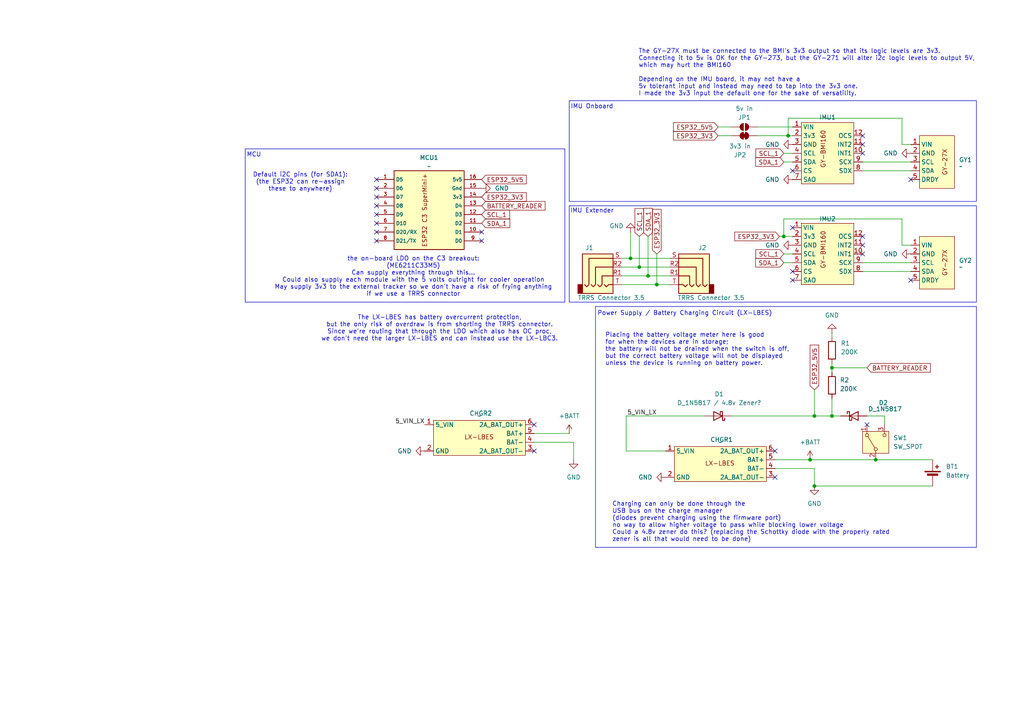
<source format=kicad_sch>
(kicad_sch (version 20250114) (generator "eeschema") (generator_version "9.0")
  (paper "A4")
  (title_block (title "UFBTM") (rev "1.0") (company "Dr. G"))
  (lib_symbols
    (symbol "Connector_Audio:AudioJack4"
      (property "Reference" "J" (at 0 8.89 0))
      (property "Value" "AudioJack4" (at 0 6.35 0))
      (symbol "AudioJack4_0_1"
        (rectangle (start -6.35 -5.08) (end -7.62 -7.62) (stroke (width 0.254)) (fill (type outline)))
        (polyline (pts (xy -5.715 -5.08) (xy -5.08 -5.715) (xy -4.445 -5.08) (xy -4.445 2.54) (xy 2.54 2.54)) (stroke (width 0.254)))
        (polyline (pts (xy -1.905 -5.08) (xy -1.27 -5.715) (xy -0.635 -5.08) (xy -0.635 -2.54) (xy 2.54 -2.54)) (stroke (width 0.254)))
        (polyline (pts (xy 0 -5.08) (xy 0.635 -5.715) (xy 1.27 -5.08) (xy 2.54 -5.08)) (stroke (width 0.254)))
        (rectangle (start 2.54 3.81) (end -6.35 -7.62) (stroke (width 0.254)) (fill (type background)))
        (polyline (pts (xy 2.54 0) (xy -2.54 0) (xy -2.54 -5.08) (xy -3.175 -5.715) (xy -3.81 -5.08)) (stroke (width 0.254)))
      )
      (symbol "AudioJack4_1_1"
        (pin passive line (at 5.08 2.54 180) (length 2.54) (name "~") (number "S"))
        (pin passive line (at 5.08 0 180) (length 2.54) (name "~") (number "R2"))
        (pin passive line (at 5.08 -2.54 180) (length 2.54) (name "~") (number "R1"))
        (pin passive line (at 5.08 -5.08 180) (length 2.54) (name "~") (number "T"))
      )
    )
    (symbol "Device:Battery_Cell" (pin_numbers (hide yes)) (pin_names (offset 0) (hide yes))
      (property "Reference" "BT" (at 2.54 2.54 0))
      (property "Value" "Battery_Cell" (at 2.54 0 0))
      (symbol "Battery_Cell_0_1"
        (rectangle (start -2.286 1.778) (end 2.286 1.524) (fill (type outline)))
        (rectangle (start -1.524 1.016) (end 1.524 0.508) (fill (type outline)))
        (polyline (pts (xy 0 1.778) (xy 0 2.54)))
        (polyline (pts (xy 0 0.762) (xy 0 0)))
        (polyline (pts (xy 0.762 3.048) (xy 1.778 3.048)) (stroke (width 0.254)))
        (polyline (pts (xy 1.27 3.556) (xy 1.27 2.54)) (stroke (width 0.254)))
      )
      (symbol "Battery_Cell_1_1"
        (pin passive line (at 0 5.08 270) (length 2.54) (name "+") (number "1"))
        (pin passive line (at 0 -2.54 90) (length 2.54) (name "-") (number "2"))
      )
    )
    (symbol "Device:D_Schottky" (pin_numbers (hide yes)) (pin_names (offset 1.016) (hide yes))
      (property "Reference" "D" (at 0 2.54 0))
      (property "Value" "D_Schottky" (at 0 -2.54 0))
      (symbol "D_Schottky_0_1"
        (polyline (pts (xy -1.905 0.635) (xy -1.905 1.27) (xy -1.27 1.27) (xy -1.27 -1.27) (xy -0.635 -1.27) (xy -0.635 -0.635)) (stroke (width 0.254)))
        (polyline (pts (xy 1.27 1.27) (xy 1.27 -1.27) (xy -1.27 0) (xy 1.27 1.27)) (stroke (width 0.254)))
        (polyline (pts (xy 1.27 0) (xy -1.27 0)))
      )
      (symbol "D_Schottky_1_1"
        (pin passive line (at -3.81 0 0) (length 2.54) (name "K") (number "1"))
        (pin passive line (at 3.81 0 180) (length 2.54) (name "A") (number "2"))
      )
    )
    (symbol "Device:R" (pin_numbers (hide yes)) (pin_names (offset 0))
      (property "Reference" "R" (at 2.032 0 90))
      (property "Value" "R" (at 0 0 90))
      (symbol "R_0_1"
        (rectangle (start -1.016 -2.54) (end 1.016 2.54) (stroke (width 0.254)))
      )
      (symbol "R_1_1"
        (pin passive line (at 0 3.81 270) (length 1.27) (name "~") (number "1"))
        (pin passive line (at 0 -3.81 90) (length 1.27) (name "~") (number "2"))
      )
    )
    (symbol "Espressif:ESP32-C3-SuperMini_PLUS"
      (property "Reference" "U" (at 1.27 -3.81 90))
      (symbol "ESP32-C3-SuperMini_PLUS_0_1"
        (rectangle (start -10.16 -11.43) (end 10.16 11.43) (stroke (width 0.254)) (fill (type background)))
      )
      (symbol "ESP32-C3-SuperMini_PLUS_1_1"
        (text "ESP32 C3 SuperMini+\n" (at -1.27 0 900) (effects (font (size 1.27 1.27))))
        (pin bidirectional line (at -15.24 8.89 0) (length 5.08) (name "D5") (number "1"))
        (pin bidirectional line (at -15.24 6.35 0) (length 5.08) (name "D6") (number "2"))
        (pin bidirectional line (at -15.24 3.81 0) (length 5.08) (name "D7") (number "3"))
        (pin bidirectional line (at -15.24 1.27 0) (length 5.08) (name "D8") (number "4"))
        (pin bidirectional line (at -15.24 -1.27 0) (length 5.08) (name "D9") (number "5"))
        (pin bidirectional line (at -15.24 -3.81 0) (length 5.08) (name "D10") (number "6"))
        (pin bidirectional line (at -15.24 -6.35 0) (length 5.08) (name "D20/RX") (number "7"))
        (pin bidirectional line (at -15.24 -8.89 0) (length 5.08) (name "D21/TX") (number "8"))
        (pin bidirectional line (at 15.24 8.89 180) (length 5.08) (name "5v5") (number "16"))
        (pin power_in line (at 15.24 6.35 180) (length 5.08) (name "Gnd") (number "15"))
        (pin bidirectional line (at 15.24 3.81 180) (length 5.08) (name "3v3") (number "14"))
        (pin bidirectional line (at 15.24 1.27 180) (length 5.08) (name "D4") (number "13"))
        (pin bidirectional line (at 15.24 -1.27 180) (length 5.08) (name "D3") (number "12"))
        (pin bidirectional line (at 15.24 -3.81 180) (length 5.08) (name "D2") (number "11"))
        (pin bidirectional line (at 15.24 -6.35 180) (length 5.08) (name "D1") (number "10"))
        (pin bidirectional line (at 15.24 -8.89 180) (length 5.08) (name "D0") (number "9"))
      )
    )
    (symbol "Jumper:SolderJumper_2_Bridged" (pin_numbers (hide yes)) (pin_names (offset 0) (hide yes)) (in_bom no)
      (property "Reference" "JP" (at 0 2.032 0))
      (property "Value" "SolderJumper_2_Bridged" (at 0 -2.54 0))
      (symbol "SolderJumper_2_Bridged_0_1"
        (rectangle (start -0.508 0.508) (end 0.508 -0.508) (fill (type outline)))
        (polyline (pts (xy -0.254 1.016) (xy -0.254 -1.016)))
        (arc (start -0.254 -1.016) (mid -1.2656 0) (end -0.254 1.016))
        (arc (start -0.254 -1.016) (mid -1.2656 0) (end -0.254 1.016) (fill (type outline)))
        (arc (start 0.254 1.016) (mid 1.2656 0) (end 0.254 -1.016))
        (arc (start 0.254 1.016) (mid 1.2656 0) (end 0.254 -1.016) (fill (type outline)))
        (polyline (pts (xy 0.254 1.016) (xy 0.254 -1.016)))
      )
      (symbol "SolderJumper_2_Bridged_1_1"
        (pin passive line (at -3.81 0 0) (length 2.54) (name "A") (number "1"))
        (pin passive line (at 3.81 0 180) (length 2.54) (name "B") (number "2"))
      )
    )
    (symbol "Jumper:SolderJumper_2_Open" (pin_numbers (hide yes)) (pin_names (offset 0) (hide yes)) (in_bom no)
      (property "Reference" "JP" (at 0 2.032 0))
      (property "Value" "SolderJumper_2_Open" (at 0 -2.54 0))
      (symbol "SolderJumper_2_Open_0_1"
        (polyline (pts (xy -0.254 1.016) (xy -0.254 -1.016)))
        (arc (start -0.254 -1.016) (mid -1.2656 0) (end -0.254 1.016))
        (arc (start -0.254 -1.016) (mid -1.2656 0) (end -0.254 1.016) (fill (type outline)))
        (arc (start 0.254 1.016) (mid 1.2656 0) (end 0.254 -1.016))
        (arc (start 0.254 1.016) (mid 1.2656 0) (end 0.254 -1.016) (fill (type outline)))
        (polyline (pts (xy 0.254 1.016) (xy 0.254 -1.016)))
      )
      (symbol "SolderJumper_2_Open_1_1"
        (pin passive line (at -3.81 0 0) (length 2.54) (name "A") (number "1"))
        (pin passive line (at 3.81 0 180) (length 2.54) (name "B") (number "2"))
      )
    )
    (symbol "My_Library:GY-271 (QMC5883L)"
      (property "Reference" "U" (at 0 8.382 0))
      (symbol "GY-271 (QMC5883L)_1_1"
        (rectangle (start -5.08 6.35) (end 5.08 -8.89) (fill (type background)))
        (text "GY-27X" (at 2.286 -1.27 900) (effects (font (size 1.27 1.27))))
        (pin power_in line (at -7.62 3.81 0) (length 2.54) (name "VIN") (number "1"))
        (pin power_in line (at -7.62 1.27 0) (length 2.54) (name "GND") (number "2"))
        (pin bidirectional line (at -7.62 -1.27 0) (length 2.54) (name "SCL") (number "3"))
        (pin bidirectional line (at -7.62 -3.81 0) (length 2.54) (name "SDA") (number "4"))
        (pin output line (at -7.62 -6.35 0) (length 2.54) (name "DRDY") (number "5"))
      )
    )
    (symbol "My_Library:GY-BMI160"
      (property "Reference" "U" (at 1.27 0 90))
      (symbol "GY-BMI160_1_1"
        (rectangle (start -7.62 8.89) (end 7.62 -8.89) (fill (type background)))
        (text "GY-BMI160" (at -1.27 1.27 900) (effects (font (size 1.27 1.27))))
        (pin power_in line (at -10.16 7.62 0) (length 2.54) (name "VIN") (number "1"))
        (pin power_in line (at -10.16 5.08 0) (length 2.54) (name "3v3") (number "2"))
        (pin power_in line (at -10.16 2.54 0) (length 2.54) (name "GND") (number "3"))
        (pin input line (at -10.16 0 0) (length 2.54) (name "SCL") (number "4"))
        (pin input line (at -10.16 -2.54 0) (length 2.54) (name "SDA") (number "5"))
        (pin input line (at -10.16 -5.08 0) (length 2.54) (name "CS") (number "6"))
        (pin input line (at -10.16 -7.62 0) (length 2.54) (name "SAO") (number "7"))
        (pin input line (at 10.16 5.08 180) (length 2.54) (name "OCS") (number "12"))
        (pin input line (at 10.16 2.54 180) (length 2.54) (name "INT2") (number "11"))
        (pin input line (at 10.16 0 180) (length 2.54) (name "INT1") (number "10"))
        (pin input line (at 10.16 -2.54 180) (length 2.54) (name "SCX") (number "9"))
        (pin input line (at 10.16 -5.08 180) (length 2.54) (name "SDX") (number "8"))
      )
    )
    (symbol "My_Library:LX-LBES"
      (property "Reference" "U" (at -0.508 6.604 0))
      (symbol "LX-LBES_1_1"
        (rectangle (start -13.97 5.08) (end 12.7 -5.08) (fill (type background)))
        (text "LX-LBES" (at -0.762 0.254 0) (effects (font (size 1.27 1.27))))
        (pin power_in line (at -16.51 3.81 0) (length 2.54) (name "5_VIN") (number "1"))
        (pin power_in line (at -16.51 -3.81 0) (length 2.54) (name "GND") (number "2"))
        (pin power_out line (at 15.24 3.81 180) (length 2.54) (name "2A_BAT_OUT+") (number "6"))
        (pin power_in line (at 15.24 1.27 180) (length 2.54) (name "BAT+") (number "5"))
        (pin power_in line (at 15.24 -1.27 180) (length 2.54) (name "BAT-") (number "4"))
        (pin power_out line (at 15.24 -3.81 180) (length 2.54) (name "2A_BAT_OUT-") (number "3"))
      )
    )
    (symbol "Switch:SW_SPDT" (pin_names (offset 0) (hide yes))
      (property "Reference" "SW" (at 0 5.08 0))
      (property "Value" "SW_SPDT" (at 0 -5.08 0))
      (symbol "SW_SPDT_0_1"
        (circle (center -2.032 0) (radius 0.4572))
        (polyline (pts (xy -1.651 0.254) (xy 1.651 2.286)))
        (circle (center 2.032 2.54) (radius 0.4572))
        (circle (center 2.032 -2.54) (radius 0.4572))
      )
      (symbol "SW_SPDT_1_1"
        (rectangle (start -3.175 3.81) (end 3.175 -3.81) (fill (type background)))
        (pin passive line (at -5.08 0 0) (length 2.54) (name "B") (number "2"))
        (pin passive line (at 5.08 2.54 180) (length 2.54) (name "A") (number "1"))
        (pin passive line (at 5.08 -2.54 180) (length 2.54) (name "C") (number "3"))
      )
    )
    (symbol "power:+BATT" (power) (pin_numbers (hide yes)) (pin_names (offset 0) (hide yes))
      (property "Value" "+BATT" (at 0 3.556 0))
      (symbol "+BATT_0_1"
        (polyline (pts (xy -0.762 1.27) (xy 0 2.54)))
        (polyline (pts (xy 0 2.54) (xy 0.762 1.27)))
        (polyline (pts (xy 0 0) (xy 0 2.54)))
      )
      (symbol "+BATT_1_1"
        (pin power_in line (at 0 0 90) (length 0) (name "~") (number "1"))
      )
    )
    (symbol "power:GND" (power) (pin_numbers (hide yes)) (pin_names (offset 0) (hide yes))
      (property "Value" "GND" (at 0 -3.81 0))
      (symbol "GND_0_1"
        (polyline (pts (xy 0 0) (xy 0 -1.27) (xy 1.27 -1.27) (xy 0 -2.54) (xy -1.27 -1.27) (xy 0 -1.27)))
      )
      (symbol "GND_1_1"
        (pin power_in line (at 0 0 270) (length 0) (name "~") (number "1"))
      )
    )
  )
  (rectangle (start 172.72 88.9) (end 283.21 158.75))
  (rectangle (start 165.1 29.21) (end 283.21 58.42))
  (rectangle (start 71.12 43.18) (end 163.83 87.63))
  (rectangle (start 165.1 59.69) (end 283.21 87.63))
  (text "The LX-LBES has battery overcurrent protection,\nbut the only risk of overdraw is from shorting the TRRS connector.\nSince we're routing that through the LDO which also has OC proc,\nwe don't need the larger LX-LBES and can instead use the LX-LBC3." (at 127.508 95.25 0) (effects (font (size 1.27 1.27))))
  (text "IMU Extender" (at 171.704 61.214 0) (effects (font (size 1.27 1.27))))
  (text "MCU" (at 73.66 44.958 0) (effects (font (size 1.27 1.27))))
  (text "Power Supply / Battery Charging Circuit (LX-LBES)" (at 198.628 90.932 0) (effects (font (size 1.27 1.27))))
  (text "IMU Onboard" (at 171.704 30.988 0) (effects (font (size 1.27 1.27))))
  (text "Placing the battery voltage meter here is good\nfor when the devices are in storage;\nthe battery will not be drained when the switch is off,\nbut the correct battery voltage will not be displayed\nunless the device is running on battery power." (at 175.514 101.346 0) (effects (font (size 1.27 1.27)) (justify left)))
  (text "Charging can only be done through the\nUSB bus on the charge manager\n(diodes prevent charging using the firmware port)\nno way to allow higher voltage to pass while blocking lower voltage\nCould a 4.8v zener do this? (replacing the Schottky diode with the properly rated\nzener is all that would need to be done)" (at 177.546 151.384 0) (effects (font (size 1.27 1.27)) (justify left)))
  (text "the on-board LDO on the C3 breakout:\n(ME6211C33M5)\nCan supply everything through this...\nCould also supply each module with the 5 volts outright for cooler operation\nMay supply 3v3 to the external tracker so we don't have a risk of frying anything\nif we use a TRRS connector" (at 119.888 80.264 0) (effects (font (size 1.27 1.27))))
  (text "The GY-27X must be connected to the BMI's 3v3 output so that its logic levels are 3v3.\nConnecting it to 5v is OK for the GY-273, but the GY-271 will alter i2c logic levels to output 5V,\nwhich may hurt the BMI160\n\nDepending on the IMU board, it may not have a\n5v tolerant input and instead may need to tap into the 3v3 one.\nI made the 3v3 input the default one for the sake of versatility." (at 185.166 21.082 0) (effects (font (size 1.27 1.27)) (justify left)))
  (text "Default i2C pins (for SDA1):\n(the ESP32 can re-assign\nthese to anywhere)" (at 87.122 52.832 0) (effects (font (size 1.27 1.27))))
  (junction (at 185.42 77.47))
  (junction (at 228.6 39.37))
  (junction (at 236.22 140.97))
  (junction (at 241.3 120.65))
  (junction (at 254 133.35))
  (junction (at 190.5 82.55))
  (junction (at 227.33 68.58))
  (junction (at 187.96 80.01))
  (junction (at 236.22 120.65))
  (junction (at 234.95 133.35))
  (junction (at 182.88 74.93))
  (junction (at 241.3 106.68))
  (no_connect (at 154.94 123.19))
  (no_connect (at 250.19 68.58))
  (no_connect (at 224.79 130.81))
  (no_connect (at 109.22 67.31))
  (no_connect (at 109.22 59.69))
  (no_connect (at 109.22 69.85))
  (no_connect (at 264.16 81.28))
  (no_connect (at 250.19 44.45))
  (no_connect (at 109.22 57.15))
  (no_connect (at 229.87 66.04))
  (no_connect (at 109.22 64.77))
  (no_connect (at 154.94 130.81))
  (no_connect (at 250.19 71.12))
  (no_connect (at 250.19 41.91))
  (no_connect (at 109.22 52.07))
  (no_connect (at 109.22 62.23))
  (no_connect (at 139.7 69.85))
  (no_connect (at 229.87 78.74))
  (no_connect (at 250.19 73.66))
  (no_connect (at 224.79 138.43))
  (no_connect (at 229.87 81.28))
  (no_connect (at 229.87 49.53))
  (no_connect (at 250.19 39.37))
  (no_connect (at 109.22 54.61))
  (no_connect (at 139.7 67.31))
  (no_connect (at 264.16 52.07))
  (no_connect (at 251.46 123.19))
  (wire (pts (xy 228.6 39.37) (xy 228.6 34.29)))
  (wire (pts (xy 236.22 140.97) (xy 236.22 135.89)))
  (wire (pts (xy 224.79 133.35) (xy 234.95 133.35)))
  (wire (pts (xy 166.37 133.35) (xy 166.37 128.27)))
  (wire (pts (xy 241.3 106.68) (xy 241.3 107.95)))
  (wire (pts (xy 227.33 44.45) (xy 229.87 44.45)))
  (wire (pts (xy 261.62 34.29) (xy 261.62 41.91)))
  (wire (pts (xy 256.54 120.65) (xy 256.54 123.19)))
  (wire (pts (xy 212.09 120.65) (xy 236.22 120.65)))
  (wire (pts (xy 180.34 82.55) (xy 190.5 82.55)))
  (wire (pts (xy 187.96 80.01) (xy 194.31 80.01)))
  (wire (pts (xy 236.22 140.97) (xy 270.51 140.97)))
  (wire (pts (xy 261.62 63.5) (xy 261.62 71.12)))
  (wire (pts (xy 227.33 73.66) (xy 229.87 73.66)))
  (wire (pts (xy 180.34 80.01) (xy 187.96 80.01)))
  (wire (pts (xy 226.06 68.58) (xy 227.33 68.58)))
  (wire (pts (xy 250.19 46.99) (xy 264.16 46.99)))
  (wire (pts (xy 187.96 68.58) (xy 187.96 80.01)))
  (wire (pts (xy 254 133.35) (xy 270.51 133.35)))
  (wire (pts (xy 185.42 77.47) (xy 194.31 77.47)))
  (wire (pts (xy 224.79 135.89) (xy 236.22 135.89)))
  (wire (pts (xy 180.34 77.47) (xy 185.42 77.47)))
  (wire (pts (xy 229.87 39.37) (xy 228.6 39.37)))
  (wire (pts (xy 241.3 96.52) (xy 241.3 97.79)))
  (wire (pts (xy 241.3 105.41) (xy 241.3 106.68)))
  (wire (pts (xy 241.3 115.57) (xy 241.3 120.65)))
  (wire (pts (xy 182.88 67.31) (xy 182.88 74.93)))
  (wire (pts (xy 241.3 120.65) (xy 243.84 120.65)))
  (wire (pts (xy 190.5 82.55) (xy 194.31 82.55)))
  (wire (pts (xy 227.33 68.58) (xy 229.87 68.58)))
  (wire (pts (xy 181.61 120.65) (xy 204.47 120.65)))
  (wire (pts (xy 185.42 68.58) (xy 185.42 77.47)))
  (wire (pts (xy 250.19 76.2) (xy 264.16 76.2)))
  (wire (pts (xy 227.33 68.58) (xy 227.33 63.5)))
  (wire (pts (xy 154.94 125.73) (xy 165.1 125.73)))
  (wire (pts (xy 154.94 128.27) (xy 166.37 128.27)))
  (wire (pts (xy 236.22 113.03) (xy 236.22 120.65)))
  (wire (pts (xy 261.62 71.12) (xy 264.16 71.12)))
  (wire (pts (xy 251.46 106.68) (xy 241.3 106.68)))
  (wire (pts (xy 234.95 133.35) (xy 254 133.35)))
  (wire (pts (xy 250.19 49.53) (xy 264.16 49.53)))
  (wire (pts (xy 219.71 39.37) (xy 228.6 39.37)))
  (wire (pts (xy 190.5 73.66) (xy 190.5 82.55)))
  (wire (pts (xy 236.22 120.65) (xy 241.3 120.65)))
  (wire (pts (xy 219.71 36.83) (xy 229.87 36.83)))
  (wire (pts (xy 250.19 78.74) (xy 264.16 78.74)))
  (wire (pts (xy 181.61 130.81) (xy 193.04 130.81)))
  (wire (pts (xy 227.33 63.5) (xy 261.62 63.5)))
  (wire (pts (xy 208.28 39.37) (xy 212.09 39.37)))
  (wire (pts (xy 182.88 74.93) (xy 194.31 74.93)))
  (wire (pts (xy 227.33 76.2) (xy 229.87 76.2)))
  (wire (pts (xy 228.6 34.29) (xy 261.62 34.29)))
  (wire (pts (xy 180.34 74.93) (xy 182.88 74.93)))
  (wire (pts (xy 261.62 41.91) (xy 264.16 41.91)))
  (wire (pts (xy 251.46 120.65) (xy 256.54 120.65)))
  (wire (pts (xy 208.28 36.83) (xy 212.09 36.83)))
  (wire (pts (xy 227.33 46.99) (xy 229.87 46.99)))
  (wire (pts (xy 181.61 120.65) (xy 181.61 130.81)))
  (label "5_VIN_LX" (at 190.5 120.65 180))
  (label "5_VIN_LX" (at 123.19 123.19 180))
  (global_label "ESP32_3V3" (shape input) (at 190.5 73.66 90) (property "Intersheetrefs" "${INTERSHEET_REFS}" (effects (hide yes))))
  (global_label "BATTERY_READER" (shape input) (at 251.46 106.68 0) (property "Intersheetrefs" "${INTERSHEET_REFS}" (effects (hide yes))))
  (global_label "ESP32_3V3" (shape input) (at 139.7 57.15 0) (property "Intersheetrefs" "${INTERSHEET_REFS}" (effects (hide yes))))
  (global_label "SCL_1" (shape input) (at 227.33 73.66 180) (property "Intersheetrefs" "${INTERSHEET_REFS}" (effects (hide yes))))
  (global_label "SDA_1" (shape input) (at 139.7 64.77 0) (property "Intersheetrefs" "${INTERSHEET_REFS}" (effects (hide yes))))
  (global_label "SCL_1" (shape input) (at 139.7 62.23 0) (property "Intersheetrefs" "${INTERSHEET_REFS}" (effects (hide yes))))
  (global_label "SDA_1" (shape input) (at 227.33 46.99 180) (property "Intersheetrefs" "${INTERSHEET_REFS}" (effects (hide yes))))
  (global_label "ESP32_3V3" (shape input) (at 208.28 39.37 180) (property "Intersheetrefs" "${INTERSHEET_REFS}" (effects (hide yes))))
  (global_label "ESP32_3V3" (shape input) (at 226.06 68.58 180) (property "Intersheetrefs" "${INTERSHEET_REFS}" (effects (hide yes))))
  (global_label "SDA_1" (shape input) (at 227.33 76.2 180) (property "Intersheetrefs" "${INTERSHEET_REFS}" (effects (hide yes))))
  (global_label "BATTERY_READER" (shape input) (at 139.7 59.69 0) (property "Intersheetrefs" "${INTERSHEET_REFS}" (effects (hide yes))))
  (global_label "ESP32_5V5" (shape input) (at 139.7 52.07 0) (property "Intersheetrefs" "${INTERSHEET_REFS}" (effects (hide yes))))
  (global_label "SCL_1" (shape input) (at 227.33 44.45 180) (property "Intersheetrefs" "${INTERSHEET_REFS}" (effects (hide yes))))
  (global_label "SDA_1" (shape input) (at 187.96 68.58 90) (property "Intersheetrefs" "${INTERSHEET_REFS}" (effects (hide yes))))
  (global_label "ESP32_5V5" (shape input) (at 208.28 36.83 180) (property "Intersheetrefs" "${INTERSHEET_REFS}" (effects (hide yes))))
  (global_label "ESP32_5V5" (shape input) (at 236.22 113.03 90) (property "Intersheetrefs" "${INTERSHEET_REFS}" (effects (hide yes))))
  (global_label "SCL_1" (shape input) (at 185.42 68.58 90) (property "Intersheetrefs" "${INTERSHEET_REFS}" (effects (hide yes))))
  (symbol (lib_id "Connector_Audio:AudioJack4") (at 175.26 77.47 0) (unit 1)
    (property "Reference" "J1" (at 170.942 71.882 0))
    (property "Value" "TRRS Connector 3.5" (at 177.292 86.36 0))
    (property "Footprint" "My_Library:PJ-320A" (effects (hide yes)))
    (property "Description" "Audio Jack, 4 Poles (TRRS)" (effects (hide yes)))
  )
  (symbol (lib_id "My_Library:GY-BMI160") (at 240.03 73.66 0) (unit 1)
    (property "Reference" "IMU2" (at 240.03 63.5 0))
    (property "Value" "~" (at 240.03 63.5 0))
    (property "Footprint" "My_Library:GY-BMI160" (effects (hide yes)))
  )
  (symbol (lib_id "My_Library:GY-271 (QMC5883L)") (at 271.78 45.72 0) (unit 1)
    (property "Reference" "GY1" (at 278.13 46.3549 0) (effects (justify left)))
    (property "Value" "~" (at 278.13 48.26 0) (effects (justify left)))
    (property "Footprint" "My_Library:GY-271" (effects (hide yes)))
    (property "Description" "GY-271 3-axis magnetometer (QMC variant)" (effects (hide yes)))
  )
  (symbol (lib_id "power:GND") (at 229.87 71.12 270) (unit 1)
    (property "Reference" "#PWR06" (effects (hide yes)))
    (property "Value" "GND" (at 226.06 71.1199 90) (effects (justify right)))
    (property "Description" "Power symbol creates a global label with name \"GND\" , ground" (effects (hide yes)))
  )
  (symbol (lib_id "power:GND") (at 193.04 138.43 270) (unit 1)
    (property "Reference" "#PWR02" (effects (hide yes)))
    (property "Value" "GND" (at 189.23 138.4299 90) (effects (justify right)))
    (property "Description" "Power symbol creates a global label with name \"GND\" , ground" (effects (hide yes)))
  )
  (symbol (lib_id "power:GND") (at 241.3 96.52 180) (unit 1)
    (property "Reference" "#PWR09" (effects (hide yes)))
    (property "Value" "GND" (at 241.3 91.44 0))
    (property "Description" "Power symbol creates a global label with name \"GND\" , ground" (effects (hide yes)))
  )
  (symbol (lib_id "power:GND") (at 182.88 67.31 180) (unit 1)
    (property "Reference" "#PWR03" (effects (hide yes)))
    (property "Value" "GND" (at 178.816 65.532 0))
    (property "Description" "Power symbol creates a global label with name \"GND\" , ground" (effects (hide yes)))
  )
  (symbol (lib_id "Connector_Audio:AudioJack4") (at 199.39 77.47 0) (mirror y) (unit 1)
    (property "Reference" "J2" (at 203.708 71.882 0))
    (property "Value" "TRRS Connector 3.5" (at 206.248 86.36 0))
    (property "Footprint" "My_Library:PJ-320A" (effects (hide yes)))
    (property "Description" "Audio Jack, 4 Poles (TRRS)" (effects (hide yes)))
  )
  (symbol (lib_id "power:+BATT") (at 165.1 125.73 0) (unit 1)
    (property "Reference" "#PWR013" (effects (hide yes)))
    (property "Value" "+BATT" (at 165.1 120.65 0))
    (property "Description" "Power symbol creates a global label with name \"+BATT\"" (effects (hide yes)))
  )
  (symbol (lib_id "Espressif:ESP32-C3-SuperMini_PLUS") (at 124.46 60.96 0) (unit 1)
    (property "Reference" "MCU1" (at 124.46 45.72 0))
    (property "Value" "~" (at 124.46 48.26 0))
    (property "Footprint" "Espressif:ESP32-C3-SuperMini_PLUS" (effects (hide yes)))
  )
  (symbol (lib_id "Switch:SW_SPDT") (at 254 128.27 90) (unit 1)
    (property "Reference" "SW1" (at 259.08 126.9999 90) (effects (justify right)))
    (property "Value" "SW_SPDT" (at 259.08 129.5399 90) (effects (justify right)))
    (property "Footprint" "My_Library:SK12D07VG4" (effects (hide yes)))
    (property "Description" "Switch, single pole double throw" (effects (hide yes)))
  )
  (symbol (lib_id "My_Library:GY-271 (QMC5883L)") (at 271.78 74.93 0) (unit 1)
    (property "Reference" "GY2" (at 278.13 75.5649 0) (effects (justify left)))
    (property "Value" "~" (at 278.13 77.47 0) (effects (justify left)))
    (property "Footprint" "My_Library:GY-271" (effects (hide yes)))
    (property "Description" "GY-271 3-axis magnetometer (QMC variant)" (effects (hide yes)))
  )
  (symbol (lib_id "My_Library:LX-LBES") (at 139.7 127 0) (unit 1)
    (property "Reference" "CHGR2" (at 139.446 119.888 0))
    (property "Value" "~" (at 139.065 120.65 0))
    (property "Footprint" "My_Library:LX-LBES-Big" (effects (hide yes)))
    (property "Description" "Small-footprint li-ion battery charger with overdischarge protection" (effects (hide yes)))
  )
  (symbol (lib_id "Jumper:SolderJumper_2_Open") (at 215.9 36.83 180) (unit 1) (in_bom no)
    (property "Reference" "JP1" (at 215.9 34.036 0))
    (property "Value" "5v in" (at 215.9 31.496 0))
    (property "Footprint" "Jumper:SolderJumper-2_P1.3mm_Open_RoundedPad1.0x1.5mm" (effects (hide yes)))
    (property "Description" "Solder Jumper, 2-pole, open" (effects (hide yes)))
  )
  (symbol (lib_id "My_Library:LX-LBES") (at 209.55 134.62 0) (unit 1)
    (property "Reference" "CHGR1" (at 209.296 127.508 0))
    (property "Value" "~" (at 208.915 128.27 0))
    (property "Footprint" "My_Library:LX_LBES" (effects (hide yes)))
    (property "Description" "Small-footprint li-ion battery charger with overdischarge protection" (effects (hide yes)))
  )
  (symbol (lib_id "Jumper:SolderJumper_2_Bridged") (at 215.9 39.37 0) (unit 1) (in_bom no)
    (property "Reference" "JP2" (at 214.63 44.958 0))
    (property "Value" "3v3 in" (at 214.63 42.418 0))
    (property "Footprint" "Jumper:SolderJumper-2_P1.3mm_Bridged_RoundedPad1.0x1.5mm" (effects (hide yes)))
    (property "Description" "Solder Jumper, 2-pole, closed/bridged" (effects (hide yes)))
  )
  (symbol (lib_id "power:GND") (at 264.16 73.66 270) (unit 1)
    (property "Reference" "#PWR011" (effects (hide yes)))
    (property "Value" "GND" (at 260.35 73.6599 90) (effects (justify right)))
    (property "Description" "Power symbol creates a global label with name \"GND\" , ground" (effects (hide yes)))
  )
  (symbol (lib_id "power:GND") (at 139.7 54.61 90) (unit 1)
    (property "Reference" "#PWR01" (effects (hide yes)))
    (property "Value" "GND" (at 143.51 54.6099 90) (effects (justify right)))
    (property "Description" "Power symbol creates a global label with name \"GND\" , ground" (effects (hide yes)))
  )
  (symbol (lib_id "power:GND") (at 166.37 133.35 0) (unit 1)
    (property "Reference" "#PWR014" (effects (hide yes)))
    (property "Value" "GND" (at 166.37 138.43 0))
    (property "Description" "Power symbol creates a global label with name \"GND\" , ground" (effects (hide yes)))
  )
  (symbol (lib_id "Device:Battery_Cell") (at 270.51 138.43 0) (unit 1)
    (property "Reference" "BT1" (at 274.32 135.3184 0) (effects (justify left)))
    (property "Value" "Battery" (at 274.32 137.8584 0) (effects (justify left)))
    (property "Footprint" "Connector_JST:JST_XH_B2B-XH-A_1x02_P2.50mm_Vertical" (effects (hide yes)))
    (property "Description" "Single-cell battery" (effects (hide yes)))
  )
  (symbol (lib_id "Device:D_Schottky") (at 247.65 120.65 0) (unit 1)
    (property "Reference" "D2" (at 257.556 116.84 0) (effects (justify right)))
    (property "Value" "D_1N5817" (at 261.62 118.618 0) (effects (justify right)))
    (property "Footprint" "Diode_THT:D_DO-41_SOD81_P7.62mm_Horizontal" (effects (hide yes)))
    (property "Description" "Schottky diode" (effects (hide yes)))
  )
  (symbol (lib_id "Device:R") (at 241.3 101.6 0) (unit 1)
    (property "Reference" "R1" (at 243.84 99.568 0) (effects (justify left)))
    (property "Value" "200K" (at 243.84 102.108 0) (effects (justify left)))
    (property "Footprint" "Resistor_THT:R_Axial_DIN0207_L6.3mm_D2.5mm_P7.62mm_Horizontal" (effects (hide yes)))
    (property "Description" "Resistor" (effects (hide yes)))
  )
  (symbol (lib_id "My_Library:GY-BMI160") (at 240.03 44.45 0) (unit 1)
    (property "Reference" "IMU1" (at 240.03 34.036 0))
    (property "Value" "~" (at 240.03 34.29 0))
    (property "Footprint" "My_Library:GY-BMI160" (effects (hide yes)))
  )
  (symbol (lib_id "Device:D_Schottky") (at 208.28 120.65 180) (unit 1)
    (property "Reference" "D1" (at 208.5975 114.3 0))
    (property "Value" "D_1N5817 / 4.8v Zener?" (at 208.5975 116.84 0))
    (property "Footprint" "Diode_THT:D_DO-41_SOD81_P7.62mm_Horizontal" (effects (hide yes)))
    (property "Description" "Schottky diode" (effects (hide yes)))
  )
  (symbol (lib_id "power:GND") (at 229.87 41.91 270) (unit 1)
    (property "Reference" "#PWR04" (effects (hide yes)))
    (property "Value" "GND" (at 226.06 41.9099 90) (effects (justify right)))
    (property "Description" "Power symbol creates a global label with name \"GND\" , ground" (effects (hide yes)))
  )
  (symbol (lib_id "power:GND") (at 236.22 140.97 0) (unit 1)
    (property "Reference" "#PWR08" (effects (hide yes)))
    (property "Value" "GND" (at 236.22 146.05 0))
    (property "Description" "Power symbol creates a global label with name \"GND\" , ground" (effects (hide yes)))
  )
  (symbol (lib_id "power:GND") (at 264.16 44.45 270) (unit 1)
    (property "Reference" "#PWR010" (effects (hide yes)))
    (property "Value" "GND" (at 260.35 44.4499 90) (effects (justify right)))
    (property "Description" "Power symbol creates a global label with name \"GND\" , ground" (effects (hide yes)))
  )
  (symbol (lib_id "power:+BATT") (at 234.95 133.35 0) (unit 1)
    (property "Reference" "#PWR07" (effects (hide yes)))
    (property "Value" "+BATT" (at 234.95 128.27 0))
    (property "Description" "Power symbol creates a global label with name \"+BATT\"" (effects (hide yes)))
  )
  (symbol (lib_id "power:GND") (at 229.87 52.07 270) (unit 1)
    (property "Reference" "#PWR05" (effects (hide yes)))
    (property "Value" "GND" (at 226.06 52.0699 90) (effects (justify right)))
    (property "Description" "Power symbol creates a global label with name \"GND\" , ground" (effects (hide yes)))
  )
  (symbol (lib_id "Device:R") (at 241.3 111.76 0) (unit 1)
    (property "Reference" "R2" (at 243.586 110.236 0) (effects (justify left)))
    (property "Value" "200K" (at 243.586 112.776 0) (effects (justify left)))
    (property "Footprint" "Resistor_THT:R_Axial_DIN0207_L6.3mm_D2.5mm_P7.62mm_Horizontal" (effects (hide yes)))
    (property "Description" "Resistor" (effects (hide yes)))
  )
  (symbol (lib_id "power:GND") (at 123.19 130.81 270) (unit 1)
    (property "Reference" "#PWR012" (effects (hide yes)))
    (property "Value" "GND" (at 119.38 130.8099 90) (effects (justify right)))
    (property "Description" "Power symbol creates a global label with name \"GND\" , ground" (effects (hide yes)))
  )
)
</source>
